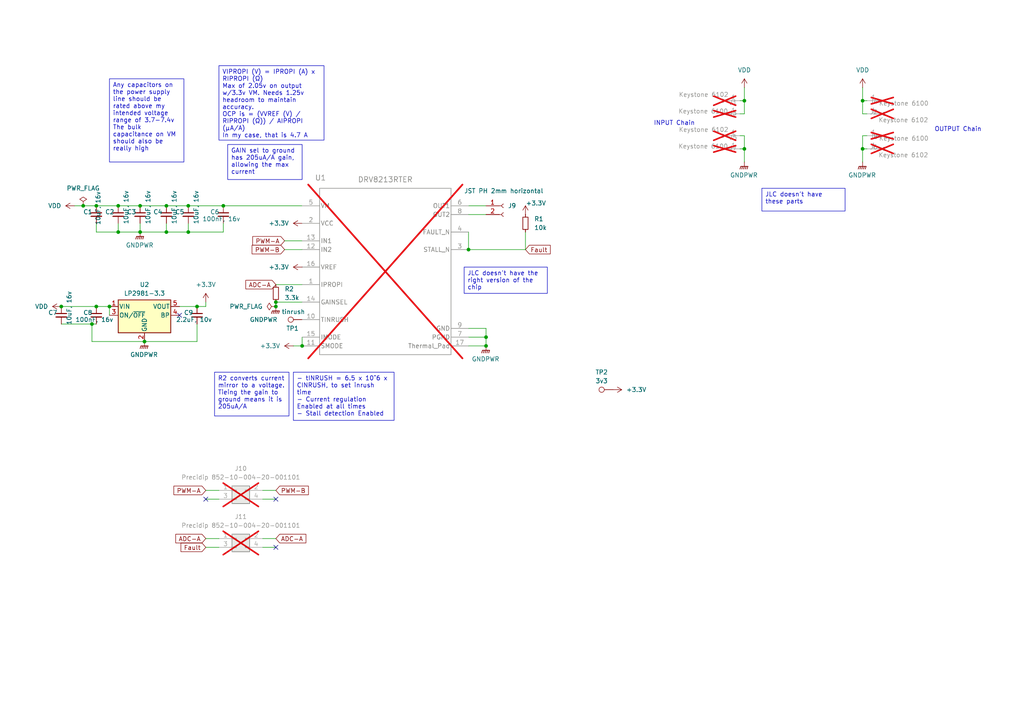
<source format=kicad_sch>
(kicad_sch (version 20250114) (generator "eeschema") (generator_version "9.0")
  (paper "A4")
  (title_block (title "CACKLE - DRV8213 Driver") (date "2025-11-14") (rev "V1.1") (comment 1 "Licensed under CERN-OHL-S v2") (comment 2 "Author: Asher Edwards"))
  (lib_symbols
    (symbol "Connector:Conn_01x01_Pin" (pin_names (offset 1.016) (hide yes))
      (property "Reference" "J" (at 0 2.54 0))
      (property "Value" "Conn_01x01_Pin" (at 0 -2.54 0))
      (symbol "Conn_01x01_Pin_1_1"
        (rectangle (start 0.8636 0.127) (end 0 -0.127) (stroke (width 0.1524)) (fill (type outline)))
        (polyline (pts (xy 1.27 0) (xy 0.8636 0)) (stroke (width 0.1524)))
        (pin passive line (at 5.08 0 180) (length 3.81) (name "Pin_1") (number "1"))
      )
    )
    (symbol "Connector:Conn_01x01_Socket" (pin_names (offset 1.016) (hide yes))
      (property "Reference" "J" (at 0 2.54 0))
      (property "Value" "Conn_01x01_Socket" (at 0 -2.54 0))
      (symbol "Conn_01x01_Socket_1_1"
        (polyline (pts (xy -1.27 0) (xy -0.508 0)) (stroke (width 0.1524)))
        (arc (start 0 -0.508) (mid -0.5058 0) (end 0 0.508) (stroke (width 0.1524)))
        (pin passive line (at -5.08 0 0) (length 3.81) (name "Pin_1") (number "1"))
      )
    )
    (symbol "Connector:Conn_01x02_Socket" (pin_names (offset 1.016) (hide yes))
      (property "Reference" "J" (at 0 2.54 0))
      (property "Value" "Conn_01x02_Socket" (at 0 -5.08 0))
      (symbol "Conn_01x02_Socket_1_1"
        (polyline (pts (xy -1.27 0) (xy -0.508 0)) (stroke (width 0.1524)))
        (polyline (pts (xy -1.27 -2.54) (xy -0.508 -2.54)) (stroke (width 0.1524)))
        (arc (start 0 -0.508) (mid -0.5058 0) (end 0 0.508) (stroke (width 0.1524)))
        (arc (start 0 -3.048) (mid -0.5058 -2.54) (end 0 -2.032) (stroke (width 0.1524)))
        (pin passive line (at -5.08 0 0) (length 3.81) (name "Pin_1") (number "1"))
        (pin passive line (at -5.08 -2.54 0) (length 3.81) (name "Pin_2") (number "2"))
      )
    )
    (symbol "Connector:TestPoint" (pin_numbers (hide yes)) (pin_names (offset 0.762) (hide yes))
      (property "Reference" "TP" (at 0 6.858 0))
      (property "Value" "TestPoint" (at 0 5.08 0))
      (symbol "TestPoint_0_1"
        (circle (center 0 3.302) (radius 0.762))
      )
      (symbol "TestPoint_1_1"
        (pin passive line (at 0 0 90) (length 2.54) (name "1") (number "1"))
      )
    )
    (symbol "Connector_Generic:Conn_02x02_Odd_Even" (pin_names (offset 1.016) (hide yes))
      (property "Reference" "J" (at 1.27 2.54 0))
      (property "Value" "Conn_02x02_Odd_Even" (at 1.27 -5.08 0))
      (symbol "Conn_02x02_Odd_Even_1_1"
        (rectangle (start -1.27 1.27) (end 3.81 -3.81) (stroke (width 0.254)) (fill (type background)))
        (rectangle (start -1.27 0.127) (end 0 -0.127) (stroke (width 0.1524)))
        (rectangle (start -1.27 -2.413) (end 0 -2.667) (stroke (width 0.1524)))
        (rectangle (start 3.81 0.127) (end 2.54 -0.127) (stroke (width 0.1524)))
        (rectangle (start 3.81 -2.413) (end 2.54 -2.667) (stroke (width 0.1524)))
        (pin passive line (at -5.08 0 0) (length 3.81) (name "Pin_1") (number "1"))
        (pin passive line (at -5.08 -2.54 0) (length 3.81) (name "Pin_3") (number "3"))
        (pin passive line (at 7.62 0 180) (length 3.81) (name "Pin_2") (number "2"))
        (pin passive line (at 7.62 -2.54 180) (length 3.81) (name "Pin_4") (number "4"))
      )
    )
    (symbol "DRV8213-wson-16:DRV8213RTER" (pin_names (offset 0.254))
      (property "Reference" "U" (at 0 2.54 0))
      (property "Value" "DRV8213RTER" (at 0 0 0))
      (symbol "DRV8213RTER_0_1"
        (polyline (pts (xy 5.08 5.08) (xy 5.08 -43.18)) (stroke (width 0.2032)))
        (polyline (pts (xy 5.08 -43.18) (xy 43.18 -43.18)) (stroke (width 0.2032)))
        (polyline (pts (xy 43.18 5.08) (xy 5.08 5.08)) (stroke (width 0.2032)))
        (polyline (pts (xy 43.18 -43.18) (xy 43.18 5.08)) (stroke (width 0.2032)))
        (pin power_in line (at 0 0 0) (length 5.08) (name "VM") (number "5"))
        (pin power_in line (at 0 -5.08 0) (length 5.08) (name "VCC") (number "2"))
        (pin input line (at 0 -10.16 0) (length 5.08) (name "IN1") (number "13"))
        (pin input line (at 0 -12.7 0) (length 5.08) (name "IN2") (number "12"))
        (pin unspecified line (at 0 -17.78 0) (length 5.08) (name "VREF") (number "16"))
        (pin unspecified line (at 0 -22.86 0) (length 5.08) (name "IPROPI") (number "1"))
        (pin input line (at 0 -27.94 0) (length 5.08) (name "GAINSEL") (number "14"))
        (pin unspecified line (at 0 -33.02 0) (length 5.08) (name "TINRUSH") (number "10"))
        (pin input line (at 0 -38.1 0) (length 5.08) (name "IMODE") (number "15"))
        (pin input line (at 0 -40.64 0) (length 5.08) (name "SMODE") (number "11"))
        (pin unspecified line (at 48.26 0 180) (length 5.08) (name "OUT1") (number "6"))
        (pin unspecified line (at 48.26 -2.54 180) (length 5.08) (name "OUT2") (number "8"))
        (pin open_collector line (at 48.26 -7.62 180) (length 5.08) (name "FAULT_N") (number "4"))
        (pin open_collector line (at 48.26 -12.7 180) (length 5.08) (name "STALL_N") (number "3"))
        (pin power_in line (at 48.26 -35.56 180) (length 5.08) (name "GND") (number "9"))
        (pin power_in line (at 48.26 -38.1 180) (length 5.08) (name "PGND") (number "7"))
        (pin power_in line (at 48.26 -40.64 180) (length 5.08) (name "Thermal_Pad") (number "17"))
      )
    )
    (symbol "Device:C_Small" (pin_numbers (hide yes)) (pin_names (offset 0.254) (hide yes))
      (property "Reference" "C" (at 0.254 1.778 0))
      (property "Value" "C_Small" (at 0.254 -2.032 0))
      (symbol "C_Small_0_1"
        (polyline (pts (xy -1.524 0.508) (xy 1.524 0.508)) (stroke (width 0.3048)))
        (polyline (pts (xy -1.524 -0.508) (xy 1.524 -0.508)) (stroke (width 0.3302)))
      )
      (symbol "C_Small_1_1"
        (pin passive line (at 0 2.54 270) (length 2.032) (name "~") (number "1"))
        (pin passive line (at 0 -2.54 90) (length 2.032) (name "~") (number "2"))
      )
    )
    (symbol "Device:R_Small" (pin_numbers (hide yes)) (pin_names (offset 0.254) (hide yes))
      (property "Reference" "R" (at 0.762 0.508 0))
      (property "Value" "R_Small" (at 0.762 -1.016 0))
      (symbol "R_Small_0_1"
        (rectangle (start -0.762 1.778) (end 0.762 -1.778) (stroke (width 0.2032)))
      )
      (symbol "R_Small_1_1"
        (pin passive line (at 0 2.54 270) (length 0.762) (name "~") (number "1"))
        (pin passive line (at 0 -2.54 90) (length 0.762) (name "~") (number "2"))
      )
    )
    (symbol "Regulator_Linear:LP2985-3.3" (pin_names (offset 0.254))
      (property "Reference" "U" (at -6.35 5.715 0))
      (property "Value" "LP2985-3.3" (at 0 5.715 0))
      (symbol "LP2985-3.3_0_1"
        (rectangle (start -7.62 -5.08) (end 7.62 4.445) (stroke (width 0.254)) (fill (type background)))
      )
      (symbol "LP2985-3.3_1_1"
        (pin power_in line (at -10.16 2.54 0) (length 2.54) (name "VIN") (number "1"))
        (pin input line (at -10.16 0 0) (length 2.54) (name "ON/~{OFF}") (number "3"))
        (pin power_in line (at 0 -7.62 90) (length 2.54) (name "GND") (number "2"))
        (pin power_out line (at 10.16 2.54 180) (length 2.54) (name "VOUT") (number "5"))
        (pin input line (at 10.16 0 180) (length 2.54) (name "BP") (number "4"))
      )
    )
    (symbol "power:+3.3V" (power) (pin_numbers (hide yes)) (pin_names (offset 0) (hide yes))
      (property "Value" "+3.3V" (at 0 3.556 0))
      (symbol "+3.3V_0_1"
        (polyline (pts (xy -0.762 1.27) (xy 0 2.54)))
        (polyline (pts (xy 0 2.54) (xy 0.762 1.27)))
        (polyline (pts (xy 0 0) (xy 0 2.54)))
      )
      (symbol "+3.3V_1_1"
        (pin power_in line (at 0 0 90) (length 0) (name "~") (number "1"))
      )
    )
    (symbol "power:GNDPWR" (power) (pin_numbers (hide yes)) (pin_names (offset 0) (hide yes))
      (property "Value" "GNDPWR" (at 0 -3.302 0))
      (symbol "GNDPWR_0_1"
        (polyline (pts (xy -1.016 -1.27) (xy -1.27 -2.032) (xy -1.27 -2.032)) (stroke (width 0.2032)))
        (polyline (pts (xy -0.508 -1.27) (xy -0.762 -2.032) (xy -0.762 -2.032)) (stroke (width 0.2032)))
        (polyline (pts (xy 0 -1.27) (xy 0 0)))
        (polyline (pts (xy 0 -1.27) (xy -0.254 -2.032) (xy -0.254 -2.032)) (stroke (width 0.2032)))
        (polyline (pts (xy 0.508 -1.27) (xy 0.254 -2.032) (xy 0.254 -2.032)) (stroke (width 0.2032)))
        (polyline (pts (xy 1.016 -1.27) (xy -1.016 -1.27) (xy -1.016 -1.27)) (stroke (width 0.2032)))
        (polyline (pts (xy 1.016 -1.27) (xy 0.762 -2.032) (xy 0.762 -2.032) (xy 0.762 -2.032)) (stroke (width 0.2032)))
      )
      (symbol "GNDPWR_1_1"
        (pin power_in line (at 0 0 270) (length 0) (name "~") (number "1"))
      )
    )
    (symbol "power:PWR_FLAG" (power) (pin_numbers (hide yes)) (pin_names (offset 0) (hide yes))
      (property "Value" "PWR_FLAG" (at 0 3.81 0))
      (symbol "PWR_FLAG_0_0"
        (pin power_out line (at 0 0 90) (length 0) (name "~") (number "1"))
      )
      (symbol "PWR_FLAG_0_1"
        (polyline (pts (xy 0 0) (xy 0 1.27) (xy -1.016 1.905) (xy 0 2.54) (xy 1.016 1.905) (xy 0 1.27)))
      )
    )
    (symbol "power:VDD" (power) (pin_numbers (hide yes)) (pin_names (offset 0) (hide yes))
      (property "Value" "VDD" (at 0 3.556 0))
      (symbol "VDD_0_1"
        (polyline (pts (xy -0.762 1.27) (xy 0 2.54)))
        (polyline (pts (xy 0 2.54) (xy 0.762 1.27)))
        (polyline (pts (xy 0 0) (xy 0 2.54)))
      )
      (symbol "VDD_1_1"
        (pin power_in line (at 0 0 90) (length 0) (name "~") (number "1"))
      )
    )
  )
  (text "INPUT Chain" (at 195.58 35.814 0) (effects (font (size 1.27 1.27))))
  (text "OUTPUT Chain" (at 277.876 37.592 0) (effects (font (size 1.27 1.27))))
  (text_box "GAIN sel to ground has 205uA/A gain, allowing the max current" (at 66.04 41.91 0) (size 21.59 10.16) (margins 0.9525 0.9525 0.9525 0.9525) (effects (font (size 1.27 1.27)) (justify left top)))
  (text_box "R2 converts current mirror to a voltage. Tieing the gain to ground means it is 205uA/A" (at 62.23 107.95 0) (size 21.59 12.7) (margins 0.9525 0.9525 0.9525 0.9525) (effects (font (size 1.27 1.27)) (justify left top)))
  (text_box "VIPROPI (V) = IPROPI (A) x RIPROPI (Ω)\nMax of 2.05v on output w/3.3v VM. Needs 1.25v headroom to maintain accuracy.\nOCP is = (VVREF (V) / RIPROPI (Ω)) / AIPROPI (μA/A)\nIn my case, that is 4.7 A" (at 63.5 19.05 0) (size 30.48 21.59) (margins 0.9525 0.9525 0.9525 0.9525) (effects (font (size 1.27 1.27)) (justify left top)))
  (text_box "- tINRUSH = 6.5 x 10^6 x CINRUSH, to set inrush time\n- Current regulation Enabled at all times\n- Stall detection Enabled" (at 85.09 107.95 0) (size 29.21 13.97) (margins 0.9525 0.9525 0.9525 0.9525) (effects (font (size 1.27 1.27)) (justify left top)))
  (text_box "JLC doesn't have these parts" (at 220.98 54.61 0) (size 24.13 6.604) (margins 0.9525 0.9525 0.9525 0.9525) (effects (font (size 1.27 1.27)) (justify left top)))
  (text_box "JLC doesn't have the right version of the chip" (at 134.62 77.47 0) (size 24.13 7.62) (margins 0.9525 0.9525 0.9525 0.9525) (effects (font (size 1.27 1.27)) (justify left top)))
  (text_box "Any capacitors on the power supply line should be rated above my intended voltage range of 3.7-7.4v\nThe bulk capacitance on VM should also be really high" (at 31.75 22.86 0) (size 21.59 24.13) (margins 0.9525 0.9525 0.9525 0.9525) (effects (font (size 1.27 1.27)) (justify left top)))
  (junction (at 48.26 59.69))
  (junction (at 64.77 59.69))
  (junction (at 17.78 88.9))
  (junction (at 140.97 100.33))
  (junction (at 41.91 99.06))
  (junction (at 250.19 29.21))
  (junction (at 215.9 43.18))
  (junction (at 57.15 88.9))
  (junction (at 54.61 59.69))
  (junction (at 40.64 67.31))
  (junction (at 48.26 67.31))
  (junction (at 24.13 59.69))
  (junction (at 140.97 97.79))
  (junction (at 27.94 59.69))
  (junction (at 215.9 29.21))
  (junction (at 31.75 88.9))
  (junction (at 26.67 93.98))
  (junction (at 87.63 100.33))
  (junction (at 80.01 87.63))
  (junction (at 40.64 59.69))
  (junction (at 34.29 67.31))
  (junction (at 250.19 43.18))
  (junction (at 27.94 88.9))
  (junction (at 80.01 88.9))
  (junction (at 54.61 67.31))
  (junction (at 34.29 59.69))
  (junction (at 135.89 72.39))
  (no_connect (at 52.07 91.44))
  (no_connect (at 80.01 158.75))
  (no_connect (at 59.69 144.78))
  (no_connect (at 80.01 144.78))
  (wire (pts (xy 215.9 43.18) (xy 215.9 46.99)))
  (wire (pts (xy 48.26 64.77) (xy 48.26 67.31)))
  (wire (pts (xy 31.75 88.9) (xy 31.75 91.44)))
  (wire (pts (xy 27.94 67.31) (xy 27.94 64.77)))
  (wire (pts (xy 64.77 59.69) (xy 87.63 59.69)))
  (wire (pts (xy 80.01 142.24) (xy 76.2 142.24)))
  (wire (pts (xy 40.64 64.77) (xy 40.64 67.31)))
  (wire (pts (xy 27.94 67.31) (xy 34.29 67.31)))
  (wire (pts (xy 54.61 67.31) (xy 48.26 67.31)))
  (wire (pts (xy 54.61 64.77) (xy 54.61 67.31)))
  (wire (pts (xy 250.19 29.21) (xy 251.46 29.21)))
  (wire (pts (xy 85.09 100.33) (xy 87.63 100.33)))
  (wire (pts (xy 215.9 33.02) (xy 214.63 33.02)))
  (wire (pts (xy 34.29 67.31) (xy 34.29 64.77)))
  (wire (pts (xy 59.69 88.9) (xy 59.69 87.63)))
  (wire (pts (xy 250.19 25.4) (xy 250.19 29.21)))
  (wire (pts (xy 214.63 39.37) (xy 215.9 39.37)))
  (wire (pts (xy 34.29 67.31) (xy 40.64 67.31)))
  (wire (pts (xy 250.19 39.37) (xy 250.19 43.18)))
  (wire (pts (xy 27.94 59.69) (xy 34.29 59.69)))
  (wire (pts (xy 140.97 97.79) (xy 140.97 100.33)))
  (wire (pts (xy 64.77 67.31) (xy 54.61 67.31)))
  (wire (pts (xy 64.77 64.77) (xy 64.77 67.31)))
  (wire (pts (xy 214.63 43.18) (xy 215.9 43.18)))
  (wire (pts (xy 152.4 72.39) (xy 135.89 72.39)))
  (wire (pts (xy 215.9 29.21) (xy 215.9 33.02)))
  (wire (pts (xy 80.01 82.55) (xy 87.63 82.55)))
  (wire (pts (xy 82.55 69.85) (xy 87.63 69.85)))
  (wire (pts (xy 26.67 99.06) (xy 26.67 93.98)))
  (wire (pts (xy 87.63 87.63) (xy 80.01 87.63)))
  (wire (pts (xy 250.19 43.18) (xy 250.19 46.99)))
  (wire (pts (xy 152.4 67.31) (xy 152.4 72.39)))
  (wire (pts (xy 215.9 25.4) (xy 215.9 29.21)))
  (wire (pts (xy 250.19 29.21) (xy 250.19 33.02)))
  (wire (pts (xy 26.67 93.98) (xy 27.94 93.98)))
  (wire (pts (xy 27.94 88.9) (xy 31.75 88.9)))
  (wire (pts (xy 250.19 33.02) (xy 251.46 33.02)))
  (wire (pts (xy 40.64 59.69) (xy 48.26 59.69)))
  (wire (pts (xy 59.69 158.75) (xy 63.5 158.75)))
  (wire (pts (xy 59.69 142.24) (xy 63.5 142.24)))
  (wire (pts (xy 82.55 72.39) (xy 87.63 72.39)))
  (wire (pts (xy 80.01 158.75) (xy 76.2 158.75)))
  (wire (pts (xy 135.89 62.23) (xy 140.97 62.23)))
  (wire (pts (xy 140.97 95.25) (xy 140.97 97.79)))
  (wire (pts (xy 251.46 39.37) (xy 250.19 39.37)))
  (wire (pts (xy 135.89 97.79) (xy 140.97 97.79)))
  (wire (pts (xy 48.26 59.69) (xy 54.61 59.69)))
  (wire (pts (xy 57.15 88.9) (xy 59.69 88.9)))
  (wire (pts (xy 17.78 93.98) (xy 26.67 93.98)))
  (wire (pts (xy 250.19 43.18) (xy 251.46 43.18)))
  (wire (pts (xy 34.29 59.69) (xy 40.64 59.69)))
  (wire (pts (xy 135.89 100.33) (xy 140.97 100.33)))
  (wire (pts (xy 135.89 67.31) (xy 135.89 72.39)))
  (wire (pts (xy 80.01 87.63) (xy 80.01 88.9)))
  (wire (pts (xy 40.64 67.31) (xy 48.26 67.31)))
  (wire (pts (xy 57.15 93.98) (xy 57.15 99.06)))
  (wire (pts (xy 59.69 144.78) (xy 63.5 144.78)))
  (wire (pts (xy 135.89 95.25) (xy 140.97 95.25)))
  (wire (pts (xy 21.59 59.69) (xy 24.13 59.69)))
  (wire (pts (xy 215.9 39.37) (xy 215.9 43.18)))
  (wire (pts (xy 17.78 88.9) (xy 27.94 88.9)))
  (wire (pts (xy 26.67 99.06) (xy 41.91 99.06)))
  (wire (pts (xy 54.61 59.69) (xy 64.77 59.69)))
  (wire (pts (xy 87.63 97.79) (xy 87.63 100.33)))
  (wire (pts (xy 24.13 59.69) (xy 27.94 59.69)))
  (wire (pts (xy 41.91 99.06) (xy 57.15 99.06)))
  (wire (pts (xy 214.63 29.21) (xy 215.9 29.21)))
  (wire (pts (xy 59.69 156.21) (xy 63.5 156.21)))
  (wire (pts (xy 80.01 144.78) (xy 76.2 144.78)))
  (wire (pts (xy 135.89 59.69) (xy 140.97 59.69)))
  (wire (pts (xy 80.01 156.21) (xy 76.2 156.21)))
  (wire (pts (xy 52.07 88.9) (xy 57.15 88.9)))
  (global_label "ADC-A" (shape input) (at 80.01 156.21 0) (property "Intersheetrefs" "${INTERSHEET_REFS}" (effects (hide yes))))
  (global_label "PWM-B" (shape input) (at 82.55 72.39 180) (property "Intersheetrefs" "${INTERSHEET_REFS}" (effects (hide yes))))
  (global_label "Fault" (shape input) (at 152.4 72.39 0) (property "Intersheetrefs" "${INTERSHEET_REFS}" (effects (hide yes))))
  (global_label "PWM-A" (shape input) (at 82.55 69.85 180) (property "Intersheetrefs" "${INTERSHEET_REFS}" (effects (hide yes))))
  (global_label "PWM-A" (shape input) (at 59.69 142.24 180) (property "Intersheetrefs" "${INTERSHEET_REFS}" (effects (hide yes))))
  (global_label "PWM-B" (shape input) (at 80.01 142.24 0) (property "Intersheetrefs" "${INTERSHEET_REFS}" (effects (hide yes))))
  (global_label "ADC-A" (shape input) (at 80.01 82.55 180) (property "Intersheetrefs" "${INTERSHEET_REFS}" (effects (hide yes))))
  (global_label "ADC-A" (shape input) (at 59.69 156.21 180) (property "Intersheetrefs" "${INTERSHEET_REFS}" (effects (hide yes))))
  (global_label "Fault" (shape input) (at 59.69 158.75 180) (property "Intersheetrefs" "${INTERSHEET_REFS}" (effects (hide yes))))
  (symbol (lib_id "power:GNDPWR") (at 250.19 46.99 0) (unit 1)
    (property "Reference" "#PWR04" (effects (hide yes)))
    (property "Value" "GNDPWR" (at 250.063 50.8 0))
    (property "Description" "Power symbol creates a global label with name \"GNDPWR\" , global ground" (effects (hide yes)))
  )
  (symbol (lib_id "Connector:Conn_01x01_Pin") (at 209.55 33.02 0) (unit 1) (dnp yes)
    (property "Reference" "J3" (at 212.598 32.766 0))
    (property "Value" "Keystone 6100" (at 203.962 32.258 0))
    (property "Footprint" "custom_Connector:Keystone_6100" (effects (hide yes)))
    (property "Description" "Generic connector, single row, 01x01, script generated" (effects (hide yes)))
  )
  (symbol (lib_id "Connector_Generic:Conn_02x02_Odd_Even") (at 68.58 156.21 0) (unit 1) (dnp yes)
    (property "Reference" "J11" (at 69.85 149.86 0))
    (property "Value" "Precidip 852-10-004-20-001101" (at 69.85 152.4 0))
    (property "Footprint" "custom_Connector:Precidip 852-10-004-20-001101" (effects (hide yes)))
    (property "Description" "Generic connector, double row, 02x02, odd/even pin numbering scheme (row 1 odd numbers, row 2 even numbers), script generated (kicad-library-utils/schlib/autogen/connector/)" (effects (hide yes)))
  )
  (symbol (lib_id "power:+3.3V") (at 87.63 64.77 90) (unit 1)
    (property "Reference" "#PWR07" (effects (hide yes)))
    (property "Value" "+3.3V" (at 83.82 64.7699 90) (effects (justify left)))
    (property "Description" "Power symbol creates a global label with name \"+3.3V\"" (effects (hide yes)))
  )
  (symbol (lib_id "Device:R_Small") (at 80.01 85.09 0) (unit 1)
    (property "Reference" "R2" (at 82.55 83.8199 0) (effects (justify left)))
    (property "Value" "3.3k" (at 82.55 86.3599 0) (effects (justify left)))
    (property "Footprint" "Resistor_SMD:R_0402_1005Metric" (effects (hide yes)))
    (property "Description" "Resistor, small symbol" (effects (hide yes)))
    (property "LCSC" "C25890" (effects (hide yes)))
  )
  (symbol (lib_id "Connector:Conn_01x01_Pin") (at 209.55 43.18 0) (unit 1) (dnp yes)
    (property "Reference" "J7" (at 212.598 42.926 0))
    (property "Value" "Keystone 6100" (at 203.962 42.418 0))
    (property "Footprint" "custom_Connector:Keystone_6100" (effects (hide yes)))
    (property "Description" "Generic connector, single row, 01x01, script generated" (effects (hide yes)))
  )
  (symbol (lib_id "Device:C_Small") (at 17.78 91.44 0) (unit 1)
    (property "Reference" "C7" (at 13.97 90.678 0) (effects (justify left)))
    (property "Value" "10uF, 16v" (at 20.066 94.234 90) (effects (justify left)))
    (property "Footprint" "Capacitor_SMD:C_0603_1608Metric" (effects (hide yes)))
    (property "Description" "Unpolarized capacitor, small symbol" (effects (hide yes)))
    (property "LCSC" "C96446" (effects (hide yes)))
  )
  (symbol (lib_id "Device:C_Small") (at 40.64 62.23 0) (unit 1)
    (property "Reference" "C3" (at 36.83 61.468 0) (effects (justify left)))
    (property "Value" "10uF, 16v" (at 42.926 65.024 90) (effects (justify left)))
    (property "Footprint" "Capacitor_SMD:C_0603_1608Metric" (effects (hide yes)))
    (property "Description" "Unpolarized capacitor, small symbol" (effects (hide yes)))
    (property "LCSC" "C96446" (effects (hide yes)))
  )
  (symbol (lib_id "power:GNDPWR") (at 40.64 67.31 0) (unit 1)
    (property "Reference" "#PWR08" (effects (hide yes)))
    (property "Value" "GNDPWR" (at 40.513 71.12 0))
    (property "Description" "Power symbol creates a global label with name \"GNDPWR\" , global ground" (effects (hide yes)))
  )
  (symbol (lib_id "Device:C_Small") (at 34.29 62.23 0) (unit 1)
    (property "Reference" "C2" (at 30.48 61.468 0) (effects (justify left)))
    (property "Value" "10uF, 16v" (at 36.576 65.024 90) (effects (justify left)))
    (property "Footprint" "Capacitor_SMD:C_0603_1608Metric" (effects (hide yes)))
    (property "Description" "Unpolarized capacitor, small symbol" (effects (hide yes)))
    (property "LCSC" "C96446" (effects (hide yes)))
  )
  (symbol (lib_id "Connector:TestPoint") (at 177.8 113.03 90) (unit 1) (in_bom no)
    (property "Reference" "TP2" (at 174.498 107.95 90))
    (property "Value" "3v3" (at 174.498 110.49 90))
    (property "Footprint" "TestPoint:TestPoint_Pad_D1.0mm" (effects (hide yes)))
    (property "Description" "test point" (effects (hide yes)))
  )
  (symbol (lib_id "DRV8213-wson-16:DRV8213RTER") (at 87.63 59.69 0) (unit 1) (dnp yes)
    (property "Reference" "U1" (at 92.964 51.562 0) (effects (font (size 1.524 1.524))))
    (property "Value" "DRV8213RTER" (at 111.76 52.07 0) (effects (font (size 1.524 1.524))))
    (property "Footprint" "Package_DFN_QFN:WQFN-16-1EP_3x3mm_P0.5mm_EP1.68x1.68mm_ThermalVias" (effects (hide yes)))
    (property "Datasheet" "DRV8213RTER" (effects (hide yes)))
  )
  (symbol (lib_id "Device:C_Small") (at 48.26 62.23 0) (unit 1)
    (property "Reference" "C4" (at 44.45 61.468 0) (effects (justify left)))
    (property "Value" "10uF, 16v" (at 50.546 65.024 90) (effects (justify left)))
    (property "Footprint" "Capacitor_SMD:C_0603_1608Metric" (effects (hide yes)))
    (property "Description" "Unpolarized capacitor, small symbol" (effects (hide yes)))
    (property "LCSC" "C96446" (effects (hide yes)))
  )
  (symbol (lib_id "power:GNDPWR") (at 140.97 100.33 0) (unit 1)
    (property "Reference" "#PWR015" (effects (hide yes)))
    (property "Value" "GNDPWR" (at 140.843 104.14 0))
    (property "Description" "Power symbol creates a global label with name \"GNDPWR\" , global ground" (effects (hide yes)))
  )
  (symbol (lib_id "power:VDD") (at 21.59 59.69 90) (unit 1)
    (property "Reference" "#PWR05" (effects (hide yes)))
    (property "Value" "VDD" (at 17.78 59.6899 90) (effects (justify left)))
    (property "Description" "Power symbol creates a global label with name \"VDD\"" (effects (hide yes)))
  )
  (symbol (lib_id "Device:C_Small") (at 57.15 91.44 0) (unit 1)
    (property "Reference" "C9" (at 53.34 90.678 0) (effects (justify left)))
    (property "Value" "2.2uF, 10v" (at 51.054 92.71 0) (effects (justify left)))
    (property "Footprint" "Capacitor_SMD:C_0402_1005Metric" (effects (hide yes)))
    (property "Description" "Unpolarized capacitor, small symbol" (effects (hide yes)))
    (property "LCSC" "C12530" (effects (hide yes)))
  )
  (symbol (lib_id "power:PWR_FLAG") (at 80.01 88.9 90) (unit 1)
    (property "Reference" "#FLG02" (effects (hide yes)))
    (property "Value" "PWR_FLAG" (at 76.2 88.8999 90) (effects (justify left)))
    (property "Description" "Special symbol for telling ERC where power comes from" (effects (hide yes)))
  )
  (symbol (lib_id "Connector:Conn_01x01_Pin") (at 256.54 29.21 180) (unit 1) (dnp yes)
    (property "Reference" "J4" (at 253.492 29.464 0))
    (property "Value" "Keystone 6100" (at 262.128 29.972 0))
    (property "Footprint" "custom_Connector:Keystone_6100" (effects (hide yes)))
    (property "Description" "Generic connector, single row, 01x01, script generated" (effects (hide yes)))
  )
  (symbol (lib_id "Connector:Conn_01x01_Socket") (at 209.55 29.21 180) (unit 1) (dnp yes)
    (property "Reference" "J1" (at 213.868 29.718 0) (effects (justify left)))
    (property "Value" "Keystone 6102" (at 211.328 27.432 0) (effects (justify left)))
    (property "Footprint" "custom_Connector:Keystone_6102" (effects (hide yes)))
    (property "Description" "Generic connector, single row, 01x01, script generated" (effects (hide yes)))
  )
  (symbol (lib_id "Connector:Conn_01x01_Pin") (at 256.54 39.37 180) (unit 1) (dnp yes)
    (property "Reference" "J8" (at 253.492 39.624 0))
    (property "Value" "Keystone 6100" (at 262.128 40.132 0))
    (property "Footprint" "custom_Connector:Keystone_6100" (effects (hide yes)))
    (property "Description" "Generic connector, single row, 01x01, script generated" (effects (hide yes)))
  )
  (symbol (lib_id "Connector_Generic:Conn_02x02_Odd_Even") (at 68.58 142.24 0) (unit 1) (dnp yes)
    (property "Reference" "J10" (at 69.85 135.89 0))
    (property "Value" "Precidip 852-10-004-20-001101" (at 69.85 138.43 0))
    (property "Footprint" "custom_Connector:Precidip 852-10-004-20-001101" (effects (hide yes)))
    (property "Description" "Generic connector, double row, 02x02, odd/even pin numbering scheme (row 1 odd numbers, row 2 even numbers), script generated (kicad-library-utils/schlib/autogen/connector/)" (effects (hide yes)))
  )
  (symbol (lib_id "Connector:Conn_01x01_Socket") (at 256.54 33.02 0) (unit 1) (dnp yes)
    (property "Reference" "J2" (at 252.222 32.512 0) (effects (justify left)))
    (property "Value" "Keystone 6102" (at 254.762 34.798 0) (effects (justify left)))
    (property "Footprint" "custom_Connector:Keystone_6102" (effects (hide yes)))
    (property "Description" "Generic connector, single row, 01x01, script generated" (effects (hide yes)))
  )
  (symbol (lib_id "Device:C_Small") (at 27.94 62.23 0) (unit 1)
    (property "Reference" "C1" (at 24.13 61.468 0) (effects (justify left)))
    (property "Value" "10uF, 16v" (at 28.448 65.278 90) (effects (justify left)))
    (property "Footprint" "Capacitor_SMD:C_0603_1608Metric" (effects (hide yes)))
    (property "Description" "Unpolarized capacitor, small symbol" (effects (hide yes)))
    (property "LCSC" "C96446" (effects (hide yes)))
  )
  (symbol (lib_id "power:+3.3V") (at 152.4 62.23 0) (unit 1)
    (property "Reference" "#PWR06" (effects (hide yes)))
    (property "Value" "+3.3V" (at 155.448 58.928 0))
    (property "Description" "Power symbol creates a global label with name \"+3.3V\"" (effects (hide yes)))
  )
  (symbol (lib_id "power:VDD") (at 17.78 88.9 90) (unit 1)
    (property "Reference" "#PWR011" (effects (hide yes)))
    (property "Value" "VDD" (at 13.97 88.8999 90) (effects (justify left)))
    (property "Description" "Power symbol creates a global label with name \"VDD\"" (effects (hide yes)))
  )
  (symbol (lib_id "Device:C_Small") (at 54.61 62.23 0) (unit 1)
    (property "Reference" "C5" (at 50.8 61.468 0) (effects (justify left)))
    (property "Value" "10uF, 16v" (at 56.896 65.024 90) (effects (justify left)))
    (property "Footprint" "Capacitor_SMD:C_0603_1608Metric" (effects (hide yes)))
    (property "Description" "Unpolarized capacitor, small symbol" (effects (hide yes)))
    (property "LCSC" "C96446" (effects (hide yes)))
  )
  (symbol (lib_id "power:PWR_FLAG") (at 24.13 59.69 0) (unit 1)
    (property "Reference" "#FLG01" (effects (hide yes)))
    (property "Value" "PWR_FLAG" (at 24.13 54.61 0))
    (property "Description" "Special symbol for telling ERC where power comes from" (effects (hide yes)))
  )
  (symbol (lib_id "power:+3.3V") (at 87.63 77.47 90) (unit 1)
    (property "Reference" "#PWR09" (effects (hide yes)))
    (property "Value" "+3.3V" (at 83.82 77.4699 90) (effects (justify left)))
    (property "Description" "Power symbol creates a global label with name \"+3.3V\"" (effects (hide yes)))
  )
  (symbol (lib_id "Connector:Conn_01x01_Socket") (at 256.54 43.18 0) (unit 1) (dnp yes)
    (property "Reference" "J6" (at 252.222 42.672 0) (effects (justify left)))
    (property "Value" "Keystone 6102" (at 254.762 44.958 0) (effects (justify left)))
    (property "Footprint" "custom_Connector:Keystone_6102" (effects (hide yes)))
    (property "Description" "Generic connector, single row, 01x01, script generated" (effects (hide yes)))
  )
  (symbol (lib_id "Device:C_Small") (at 27.94 91.44 0) (unit 1)
    (property "Reference" "C8" (at 24.13 90.678 0) (effects (justify left)))
    (property "Value" "100nF, 16v" (at 21.844 92.71 0) (effects (justify left)))
    (property "Footprint" "Capacitor_SMD:C_0402_1005Metric" (effects (hide yes)))
    (property "Description" "Unpolarized capacitor, small symbol" (effects (hide yes)))
    (property "LCSC" "C1525" (effects (hide yes)))
  )
  (symbol (lib_id "Connector:Conn_01x02_Socket") (at 146.05 59.69 0) (unit 1)
    (property "Reference" "J9" (at 147.32 59.6899 0) (effects (justify left)))
    (property "Value" "JST PH 2mm horizontal" (at 134.62 55.372 0) (effects (justify left)))
    (property "Footprint" "Connector_JST:JST_PH_S2B-PH-K_1x02_P2.00mm_Horizontal" (effects (hide yes)))
    (property "Description" "Generic connector, single row, 01x02, script generated" (effects (hide yes)))
    (property "LCSC" "C160237" (effects (hide yes)))
    (property "Rotation Offset" "180" (effects (hide yes)))
  )
  (symbol (lib_id "power:GNDPWR") (at 80.01 88.9 0) (unit 1)
    (property "Reference" "#PWR012" (effects (hide yes)))
    (property "Value" "GNDPWR" (at 76.454 92.71 0))
    (property "Description" "Power symbol creates a global label with name \"GNDPWR\" , global ground" (effects (hide yes)))
  )
  (symbol (lib_id "power:+3.3V") (at 177.8 113.03 270) (unit 1)
    (property "Reference" "#PWR016" (effects (hide yes)))
    (property "Value" "+3.3V" (at 181.61 113.0299 90) (effects (justify left)))
    (property "Description" "Power symbol creates a global label with name \"+3.3V\"" (effects (hide yes)))
  )
  (symbol (lib_id "power:+3.3V") (at 59.69 87.63 0) (unit 1)
    (property "Reference" "#PWR010" (effects (hide yes)))
    (property "Value" "+3.3V" (at 59.69 82.55 0))
    (property "Description" "Power symbol creates a global label with name \"+3.3V\"" (effects (hide yes)))
  )
  (symbol (lib_id "power:+3.3V") (at 85.09 100.33 90) (unit 1)
    (property "Reference" "#PWR014" (effects (hide yes)))
    (property "Value" "+3.3V" (at 81.28 100.3299 90) (effects (justify left)))
    (property "Description" "Power symbol creates a global label with name \"+3.3V\"" (effects (hide yes)))
  )
  (symbol (lib_id "Device:C_Small") (at 64.77 62.23 0) (unit 1)
    (property "Reference" "C6" (at 60.96 61.468 0) (effects (justify left)))
    (property "Value" "100nF, 16v" (at 58.674 63.5 0) (effects (justify left)))
    (property "Footprint" "Capacitor_SMD:C_0402_1005Metric" (effects (hide yes)))
    (property "Description" "Unpolarized capacitor, small symbol" (effects (hide yes)))
    (property "LCSC" "C1525" (effects (hide yes)))
  )
  (symbol (lib_id "power:VDD") (at 250.19 25.4 0) (unit 1)
    (property "Reference" "#PWR02" (effects (hide yes)))
    (property "Value" "VDD" (at 250.19 20.32 0))
    (property "Description" "Power symbol creates a global label with name \"VDD\"" (effects (hide yes)))
  )
  (symbol (lib_id "power:GNDPWR") (at 41.91 99.06 0) (unit 1)
    (property "Reference" "#PWR013" (effects (hide yes)))
    (property "Value" "GNDPWR" (at 41.783 102.87 0))
    (property "Description" "Power symbol creates a global label with name \"GNDPWR\" , global ground" (effects (hide yes)))
  )
  (symbol (lib_id "Regulator_Linear:LP2985-3.3") (at 41.91 91.44 0) (unit 1)
    (property "Reference" "U2" (at 41.91 82.55 0))
    (property "Value" "LP2981-3.3" (at 41.91 85.09 0))
    (property "Footprint" "Package_TO_SOT_SMD:SOT-23-5" (effects (hide yes)))
    (property "Datasheet" "http://www.ti.com/lit/ds/symlink/lp2981.pdf" (effects (hide yes)))
    (property "Description" "150mA 16V Low-noise Low-dropout Regulator With Shutdown, 3.3V output voltage, SOT-23-5" (effects (hide yes)))
    (property "LCSC" "C129997" (effects (hide yes)))
  )
  (symbol (lib_id "power:GNDPWR") (at 215.9 46.99 0) (unit 1)
    (property "Reference" "#PWR03" (effects (hide yes)))
    (property "Value" "GNDPWR" (at 215.773 50.8 0))
    (property "Description" "Power symbol creates a global label with name \"GNDPWR\" , global ground" (effects (hide yes)))
  )
  (symbol (lib_id "power:VDD") (at 215.9 25.4 0) (unit 1)
    (property "Reference" "#PWR01" (effects (hide yes)))
    (property "Value" "VDD" (at 215.9 20.32 0))
    (property "Description" "Power symbol creates a global label with name \"VDD\"" (effects (hide yes)))
  )
  (symbol (lib_id "Device:R_Small") (at 152.4 64.77 0) (unit 1)
    (property "Reference" "R1" (at 154.94 63.4999 0) (effects (justify left)))
    (property "Value" "10k" (at 154.94 66.0399 0) (effects (justify left)))
    (property "Footprint" "Resistor_SMD:R_0402_1005Metric" (effects (hide yes)))
    (property "Description" "Resistor, small symbol" (effects (hide yes)))
    (property "LCSC" "C25744" (effects (hide yes)))
  )
  (symbol (lib_id "Connector:TestPoint") (at 87.63 92.71 90) (unit 1) (in_bom no)
    (property "Reference" "TP1" (at 84.836 95.25 90))
    (property "Value" "tinrush" (at 85.09 90.424 90))
    (property "Footprint" "TestPoint:TestPoint_Pad_D1.0mm" (effects (hide yes)))
    (property "Description" "test point" (effects (hide yes)))
  )
  (symbol (lib_id "Connector:Conn_01x01_Socket") (at 209.55 39.37 180) (unit 1) (dnp yes)
    (property "Reference" "J5" (at 213.868 39.878 0) (effects (justify left)))
    (property "Value" "Keystone 6102" (at 211.328 37.592 0) (effects (justify left)))
    (property "Footprint" "custom_Connector:Keystone_6102" (effects (hide yes)))
    (property "Description" "Generic connector, single row, 01x01, script generated" (effects (hide yes)))
  )
)
</source>
